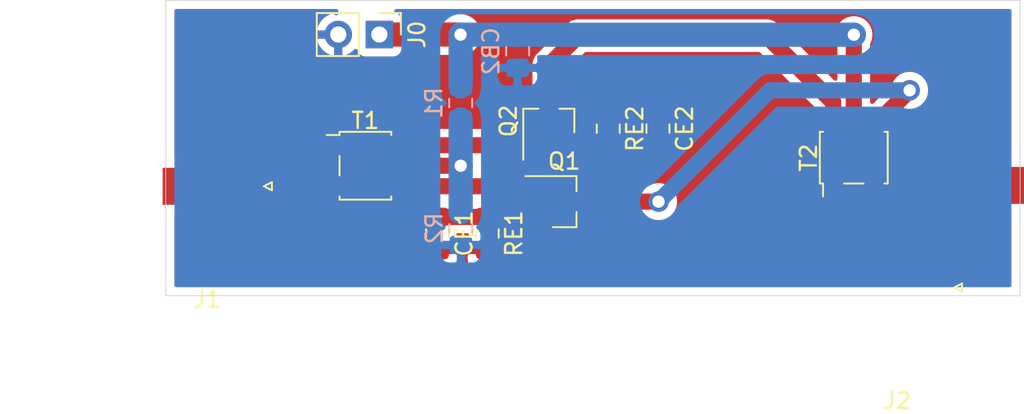
<source format=kicad_pcb>
(kicad_pcb (version 20171130) (host pcbnew "(5.1.5)-3")

  (general
    (thickness 1.6)
    (drawings 4)
    (tracks 49)
    (zones 0)
    (modules 14)
    (nets 13)
  )

  (page A4)
  (layers
    (0 F.Cu signal)
    (31 B.Cu signal)
    (32 B.Adhes user hide)
    (33 F.Adhes user hide)
    (34 B.Paste user hide)
    (35 F.Paste user hide)
    (36 B.SilkS user hide)
    (37 F.SilkS user hide)
    (38 B.Mask user hide)
    (39 F.Mask user hide)
    (40 Dwgs.User user hide)
    (41 Cmts.User user hide)
    (42 Eco1.User user hide)
    (43 Eco2.User user hide)
    (44 Edge.Cuts user)
    (45 Margin user hide)
    (46 B.CrtYd user hide)
    (47 F.CrtYd user hide)
    (48 B.Fab user hide)
    (49 F.Fab user hide)
  )

  (setup
    (last_trace_width 1.5)
    (user_trace_width 0.6)
    (user_trace_width 1)
    (user_trace_width 1.5)
    (trace_clearance 0.2)
    (zone_clearance 0.508)
    (zone_45_only no)
    (trace_min 0.2)
    (via_size 0.8)
    (via_drill 0.4)
    (via_min_size 0.4)
    (via_min_drill 0.3)
    (user_via 1.016 0.762)
    (user_via 1.27 0.762)
    (uvia_size 0.3)
    (uvia_drill 0.1)
    (uvias_allowed no)
    (uvia_min_size 0.2)
    (uvia_min_drill 0.1)
    (edge_width 0.05)
    (segment_width 0.2)
    (pcb_text_width 0.3)
    (pcb_text_size 1.5 1.5)
    (mod_edge_width 0.12)
    (mod_text_size 1 1)
    (mod_text_width 0.15)
    (pad_size 1.524 1.524)
    (pad_drill 0.762)
    (pad_to_mask_clearance 0.051)
    (solder_mask_min_width 0.25)
    (aux_axis_origin 0 0)
    (visible_elements 7FFFFFFF)
    (pcbplotparams
      (layerselection 0x01000_ffffffff)
      (usegerberextensions false)
      (usegerberattributes false)
      (usegerberadvancedattributes false)
      (creategerberjobfile false)
      (excludeedgelayer true)
      (linewidth 0.100000)
      (plotframeref false)
      (viasonmask false)
      (mode 1)
      (useauxorigin false)
      (hpglpennumber 1)
      (hpglpenspeed 20)
      (hpglpendiameter 15.000000)
      (psnegative false)
      (psa4output false)
      (plotreference true)
      (plotvalue true)
      (plotinvisibletext false)
      (padsonsilk false)
      (subtractmaskfromsilk false)
      (outputformat 1)
      (mirror false)
      (drillshape 0)
      (scaleselection 1)
      (outputdirectory "C:/Users/cbmagat/Documents/SlugSat/GitHub/schematics_pcbs/LT/Power-Amplifier/PA 2020/PA Rev 3.0/"))
  )

  (net 0 "")
  (net 1 GND)
  (net 2 "Net-(CE1-Pad1)")
  (net 3 "Net-(CE2-Pad2)")
  (net 4 "Net-(J1-Pad1)")
  (net 5 "Net-(J2-Pad1)")
  (net 6 "Net-(Q1-Pad1)")
  (net 7 "Net-(Q1-Pad3)")
  (net 8 "Net-(Q2-Pad3)")
  (net 9 "Net-(Q2-Pad1)")
  (net 10 "Net-(R1-Pad2)")
  (net 11 "Net-(CB1-Pad1)")
  (net 12 "Net-(CB2-Pad1)")

  (net_class Default "This is the default net class."
    (clearance 0.2)
    (trace_width 0.25)
    (via_dia 0.8)
    (via_drill 0.4)
    (uvia_dia 0.3)
    (uvia_drill 0.1)
    (add_net GND)
    (add_net "Net-(CB1-Pad1)")
    (add_net "Net-(CB2-Pad1)")
    (add_net "Net-(CE1-Pad1)")
    (add_net "Net-(CE2-Pad2)")
    (add_net "Net-(J1-Pad1)")
    (add_net "Net-(J2-Pad1)")
    (add_net "Net-(Q1-Pad1)")
    (add_net "Net-(Q1-Pad3)")
    (add_net "Net-(Q2-Pad1)")
    (add_net "Net-(Q2-Pad3)")
    (add_net "Net-(R1-Pad2)")
  )

  (module Connector_Coaxial:SMA_Molex_73251-1153_EdgeMount_Horizontal (layer F.Cu) (tedit 5E5ACFCF) (tstamp 5E5ADE13)
    (at 98.044 87.884)
    (descr "Molex SMA RF Connectors, Edge Mount, (http://www.molex.com/pdm_docs/sd/732511150_sd.pdf)")
    (tags "sma edge")
    (path /5E4AFB6E)
    (attr smd)
    (fp_text reference J2 (at -1.5 7) (layer F.SilkS)
      (effects (font (size 1 1) (thickness 0.15)))
    )
    (fp_text value "RF OUT" (at -1.72 -7.11) (layer F.Fab)
      (effects (font (size 1 1) (thickness 0.15)))
    )
    (fp_line (start -5.91 4.76) (end 0.49 4.76) (layer F.Fab) (width 0.1))
    (fp_line (start -5.91 -4.76) (end -5.91 4.76) (layer F.Fab) (width 0.1))
    (fp_line (start 0.49 -4.76) (end -5.91 -4.76) (layer F.Fab) (width 0.1))
    (fp_line (start -4.76 -3.75) (end -4.76 3.75) (layer F.Fab) (width 0.1))
    (fp_line (start -13.79 2.65) (end -5.91 2.65) (layer F.Fab) (width 0.1))
    (fp_line (start -13.79 -2.65) (end -13.79 2.65) (layer F.Fab) (width 0.1))
    (fp_line (start -13.79 -2.65) (end -5.91 -2.65) (layer F.Fab) (width 0.1))
    (fp_line (start -4.76 3.75) (end 0.49 3.75) (layer F.Fab) (width 0.1))
    (fp_line (start -4.76 -3.75) (end 0.49 -3.75) (layer F.Fab) (width 0.1))
    (fp_line (start 2.71 -6.09) (end -14.29 -6.09) (layer F.CrtYd) (width 0.05))
    (fp_line (start 2.71 -6.09) (end 2.71 6.09) (layer F.CrtYd) (width 0.05))
    (fp_line (start -14.29 6.09) (end 2.71 6.09) (layer B.CrtYd) (width 0.05))
    (fp_line (start -14.29 -6.09) (end -14.29 6.09) (layer B.CrtYd) (width 0.05))
    (fp_line (start -14.29 -6.09) (end 2.71 -6.09) (layer B.CrtYd) (width 0.05))
    (fp_line (start 2.71 -6.09) (end 2.71 6.09) (layer B.CrtYd) (width 0.05))
    (fp_line (start -14.29 6.09) (end 2.71 6.09) (layer F.CrtYd) (width 0.05))
    (fp_line (start -14.29 -6.09) (end -14.29 6.09) (layer F.CrtYd) (width 0.05))
    (fp_line (start 0.49 -4.76) (end 0.49 -3.75) (layer F.Fab) (width 0.1))
    (fp_line (start 0.49 3.75) (end 0.49 4.76) (layer F.Fab) (width 0.1))
    (fp_line (start 0.49 -0.38) (end 0.49 0.38) (layer F.Fab) (width 0.1))
    (fp_line (start -4.76 0.38) (end 0.49 0.38) (layer F.Fab) (width 0.1))
    (fp_line (start -4.76 -0.38) (end 0.49 -0.38) (layer F.Fab) (width 0.1))
    (fp_line (start 2 0) (end 2.5 -0.25) (layer F.SilkS) (width 0.12))
    (fp_line (start 2.5 -0.25) (end 2.5 0.25) (layer F.SilkS) (width 0.12))
    (fp_line (start 2.5 0.25) (end 2 0) (layer F.SilkS) (width 0.12))
    (fp_line (start 2.5 -0.25) (end 2 0) (layer F.Fab) (width 0.1))
    (fp_line (start 2 0) (end 2.5 0.25) (layer F.Fab) (width 0.1))
    (fp_line (start 2.5 0.25) (end 2.5 -0.25) (layer F.Fab) (width 0.1))
    (fp_text user %R (at -1.5 7) (layer F.Fab)
      (effects (font (size 1 1) (thickness 0.15)))
    )
    (pad 1 smd rect (at 3.81 -6.3246) (size 5.08 2.29) (layers F.Cu F.Paste F.Mask)
      (net 5 "Net-(J2-Pad1)"))
    (model ${KISYS3DMOD}/Connector_Coaxial.3dshapes/SMA_Molex_73251-1153_EdgeMount_Horizontal.wrl
      (at (xyz 0 0 0))
      (scale (xyz 1 1 1))
      (rotate (xyz 0 0 0))
    )
  )

  (module Connector_Coaxial:SMA_Molex_73251-1153_EdgeMount_Horizontal (layer F.Cu) (tedit 5E5ACD83) (tstamp 5E4C80D7)
    (at 55.372 81.6102)
    (descr "Molex SMA RF Connectors, Edge Mount, (http://www.molex.com/pdm_docs/sd/732511150_sd.pdf)")
    (tags "sma edge")
    (path /5E4AFAC4)
    (attr smd)
    (fp_text reference J1 (at -1.5 7) (layer F.SilkS)
      (effects (font (size 1 1) (thickness 0.15)))
    )
    (fp_text value "RF IN" (at -1.72 -7.11) (layer F.Fab)
      (effects (font (size 1 1) (thickness 0.15)))
    )
    (fp_text user %R (at -1.5 7) (layer F.Fab)
      (effects (font (size 1 1) (thickness 0.15)))
    )
    (fp_line (start 2.5 0.25) (end 2.5 -0.25) (layer F.Fab) (width 0.1))
    (fp_line (start 2 0) (end 2.5 0.25) (layer F.Fab) (width 0.1))
    (fp_line (start 2.5 -0.25) (end 2 0) (layer F.Fab) (width 0.1))
    (fp_line (start 2.5 0.25) (end 2 0) (layer F.SilkS) (width 0.12))
    (fp_line (start 2.5 -0.25) (end 2.5 0.25) (layer F.SilkS) (width 0.12))
    (fp_line (start 2 0) (end 2.5 -0.25) (layer F.SilkS) (width 0.12))
    (fp_line (start -4.76 -0.38) (end 0.49 -0.38) (layer F.Fab) (width 0.1))
    (fp_line (start -4.76 0.38) (end 0.49 0.38) (layer F.Fab) (width 0.1))
    (fp_line (start 0.49 -0.38) (end 0.49 0.38) (layer F.Fab) (width 0.1))
    (fp_line (start 0.49 3.75) (end 0.49 4.76) (layer F.Fab) (width 0.1))
    (fp_line (start 0.49 -4.76) (end 0.49 -3.75) (layer F.Fab) (width 0.1))
    (fp_line (start -14.29 -6.09) (end -14.29 6.09) (layer F.CrtYd) (width 0.05))
    (fp_line (start -14.29 6.09) (end 2.71 6.09) (layer F.CrtYd) (width 0.05))
    (fp_line (start 2.71 -6.09) (end 2.71 6.09) (layer B.CrtYd) (width 0.05))
    (fp_line (start -14.29 -6.09) (end 2.71 -6.09) (layer B.CrtYd) (width 0.05))
    (fp_line (start -14.29 -6.09) (end -14.29 6.09) (layer B.CrtYd) (width 0.05))
    (fp_line (start -14.29 6.09) (end 2.71 6.09) (layer B.CrtYd) (width 0.05))
    (fp_line (start 2.71 -6.09) (end 2.71 6.09) (layer F.CrtYd) (width 0.05))
    (fp_line (start 2.71 -6.09) (end -14.29 -6.09) (layer F.CrtYd) (width 0.05))
    (fp_line (start -4.76 -3.75) (end 0.49 -3.75) (layer F.Fab) (width 0.1))
    (fp_line (start -4.76 3.75) (end 0.49 3.75) (layer F.Fab) (width 0.1))
    (fp_line (start -13.79 -2.65) (end -5.91 -2.65) (layer F.Fab) (width 0.1))
    (fp_line (start -13.79 -2.65) (end -13.79 2.65) (layer F.Fab) (width 0.1))
    (fp_line (start -13.79 2.65) (end -5.91 2.65) (layer F.Fab) (width 0.1))
    (fp_line (start -4.76 -3.75) (end -4.76 3.75) (layer F.Fab) (width 0.1))
    (fp_line (start 0.49 -4.76) (end -5.91 -4.76) (layer F.Fab) (width 0.1))
    (fp_line (start -5.91 -4.76) (end -5.91 4.76) (layer F.Fab) (width 0.1))
    (fp_line (start -5.91 4.76) (end 0.49 4.76) (layer F.Fab) (width 0.1))
    (pad 1 smd rect (at -1.72 0) (size 5.08 2.29) (layers F.Cu F.Paste F.Mask)
      (net 4 "Net-(J1-Pad1)"))
    (model ${KISYS3DMOD}/Connector_Coaxial.3dshapes/SMA_Molex_73251-1153_EdgeMount_Horizontal.wrl
      (at (xyz 0 0 0))
      (scale (xyz 1 1 1))
      (rotate (xyz 0 0 0))
    )
  )

  (module Capacitor_SMD:C_0805_2012Metric_Pad1.15x1.40mm_HandSolder (layer B.Cu) (tedit 5B36C52B) (tstamp 5E4C7405)
    (at 73.06818 73.2536 270)
    (descr "Capacitor SMD 0805 (2012 Metric), square (rectangular) end terminal, IPC_7351 nominal with elongated pad for handsoldering. (Body size source: https://docs.google.com/spreadsheets/d/1BsfQQcO9C6DZCsRaXUlFlo91Tg2WpOkGARC1WS5S8t0/edit?usp=sharing), generated with kicad-footprint-generator")
    (tags "capacitor handsolder")
    (path /5E4AF863)
    (attr smd)
    (fp_text reference CB2 (at 0 1.65 270) (layer B.SilkS)
      (effects (font (size 1 1) (thickness 0.15)) (justify mirror))
    )
    (fp_text value "100 nF" (at 0 -1.65 270) (layer B.Fab)
      (effects (font (size 1 1) (thickness 0.15)) (justify mirror))
    )
    (fp_line (start -1 -0.6) (end -1 0.6) (layer B.Fab) (width 0.1))
    (fp_line (start -1 0.6) (end 1 0.6) (layer B.Fab) (width 0.1))
    (fp_line (start 1 0.6) (end 1 -0.6) (layer B.Fab) (width 0.1))
    (fp_line (start 1 -0.6) (end -1 -0.6) (layer B.Fab) (width 0.1))
    (fp_line (start -0.261252 0.71) (end 0.261252 0.71) (layer B.SilkS) (width 0.12))
    (fp_line (start -0.261252 -0.71) (end 0.261252 -0.71) (layer B.SilkS) (width 0.12))
    (fp_line (start -1.85 -0.95) (end -1.85 0.95) (layer B.CrtYd) (width 0.05))
    (fp_line (start -1.85 0.95) (end 1.85 0.95) (layer B.CrtYd) (width 0.05))
    (fp_line (start 1.85 0.95) (end 1.85 -0.95) (layer B.CrtYd) (width 0.05))
    (fp_line (start 1.85 -0.95) (end -1.85 -0.95) (layer B.CrtYd) (width 0.05))
    (fp_text user %R (at 0 0 270) (layer B.Fab)
      (effects (font (size 0.5 0.5) (thickness 0.08)) (justify mirror))
    )
    (pad 1 smd roundrect (at -1.025 0 270) (size 1.15 1.4) (layers B.Cu B.Paste B.Mask) (roundrect_rratio 0.217391)
      (net 12 "Net-(CB2-Pad1)"))
    (pad 2 smd roundrect (at 1.025 0 270) (size 1.15 1.4) (layers B.Cu B.Paste B.Mask) (roundrect_rratio 0.217391)
      (net 1 GND))
    (model ${KISYS3DMOD}/Capacitor_SMD.3dshapes/C_0805_2012Metric.wrl
      (at (xyz 0 0 0))
      (scale (xyz 1 1 1))
      (rotate (xyz 0 0 0))
    )
  )

  (module Capacitor_SMD:C_0805_2012Metric_Pad1.15x1.40mm_HandSolder (layer F.Cu) (tedit 5B36C52B) (tstamp 5E4C77CF)
    (at 68.11264 84.53512 270)
    (descr "Capacitor SMD 0805 (2012 Metric), square (rectangular) end terminal, IPC_7351 nominal with elongated pad for handsoldering. (Body size source: https://docs.google.com/spreadsheets/d/1BsfQQcO9C6DZCsRaXUlFlo91Tg2WpOkGARC1WS5S8t0/edit?usp=sharing), generated with kicad-footprint-generator")
    (tags "capacitor handsolder")
    (path /5E4AF73F)
    (attr smd)
    (fp_text reference CE1 (at 0 -1.65 90) (layer F.SilkS)
      (effects (font (size 1 1) (thickness 0.15)))
    )
    (fp_text value "100 nF" (at 0 1.65 90) (layer F.Fab)
      (effects (font (size 1 1) (thickness 0.15)))
    )
    (fp_line (start -1 0.6) (end -1 -0.6) (layer F.Fab) (width 0.1))
    (fp_line (start -1 -0.6) (end 1 -0.6) (layer F.Fab) (width 0.1))
    (fp_line (start 1 -0.6) (end 1 0.6) (layer F.Fab) (width 0.1))
    (fp_line (start 1 0.6) (end -1 0.6) (layer F.Fab) (width 0.1))
    (fp_line (start -0.261252 -0.71) (end 0.261252 -0.71) (layer F.SilkS) (width 0.12))
    (fp_line (start -0.261252 0.71) (end 0.261252 0.71) (layer F.SilkS) (width 0.12))
    (fp_line (start -1.85 0.95) (end -1.85 -0.95) (layer F.CrtYd) (width 0.05))
    (fp_line (start -1.85 -0.95) (end 1.85 -0.95) (layer F.CrtYd) (width 0.05))
    (fp_line (start 1.85 -0.95) (end 1.85 0.95) (layer F.CrtYd) (width 0.05))
    (fp_line (start 1.85 0.95) (end -1.85 0.95) (layer F.CrtYd) (width 0.05))
    (fp_text user %R (at 0 0 90) (layer F.Fab)
      (effects (font (size 0.5 0.5) (thickness 0.08)))
    )
    (pad 1 smd roundrect (at -1.025 0 270) (size 1.15 1.4) (layers F.Cu F.Paste F.Mask) (roundrect_rratio 0.217391)
      (net 2 "Net-(CE1-Pad1)"))
    (pad 2 smd roundrect (at 1.025 0 270) (size 1.15 1.4) (layers F.Cu F.Paste F.Mask) (roundrect_rratio 0.217391)
      (net 1 GND))
    (model ${KISYS3DMOD}/Capacitor_SMD.3dshapes/C_0805_2012Metric.wrl
      (at (xyz 0 0 0))
      (scale (xyz 1 1 1))
      (rotate (xyz 0 0 0))
    )
  )

  (module Capacitor_SMD:C_0805_2012Metric_Pad1.15x1.40mm_HandSolder (layer F.Cu) (tedit 5B36C52B) (tstamp 5E4C7983)
    (at 81.74228 78.04266 270)
    (descr "Capacitor SMD 0805 (2012 Metric), square (rectangular) end terminal, IPC_7351 nominal with elongated pad for handsoldering. (Body size source: https://docs.google.com/spreadsheets/d/1BsfQQcO9C6DZCsRaXUlFlo91Tg2WpOkGARC1WS5S8t0/edit?usp=sharing), generated with kicad-footprint-generator")
    (tags "capacitor handsolder")
    (path /5E4AF821)
    (attr smd)
    (fp_text reference CE2 (at 0 -1.65 90) (layer F.SilkS)
      (effects (font (size 1 1) (thickness 0.15)))
    )
    (fp_text value "100 nF" (at 0 1.65 90) (layer F.Fab)
      (effects (font (size 1 1) (thickness 0.15)))
    )
    (fp_text user %R (at 0 0 90) (layer F.Fab)
      (effects (font (size 0.5 0.5) (thickness 0.08)))
    )
    (fp_line (start 1.85 0.95) (end -1.85 0.95) (layer F.CrtYd) (width 0.05))
    (fp_line (start 1.85 -0.95) (end 1.85 0.95) (layer F.CrtYd) (width 0.05))
    (fp_line (start -1.85 -0.95) (end 1.85 -0.95) (layer F.CrtYd) (width 0.05))
    (fp_line (start -1.85 0.95) (end -1.85 -0.95) (layer F.CrtYd) (width 0.05))
    (fp_line (start -0.261252 0.71) (end 0.261252 0.71) (layer F.SilkS) (width 0.12))
    (fp_line (start -0.261252 -0.71) (end 0.261252 -0.71) (layer F.SilkS) (width 0.12))
    (fp_line (start 1 0.6) (end -1 0.6) (layer F.Fab) (width 0.1))
    (fp_line (start 1 -0.6) (end 1 0.6) (layer F.Fab) (width 0.1))
    (fp_line (start -1 -0.6) (end 1 -0.6) (layer F.Fab) (width 0.1))
    (fp_line (start -1 0.6) (end -1 -0.6) (layer F.Fab) (width 0.1))
    (pad 2 smd roundrect (at 1.025 0 270) (size 1.15 1.4) (layers F.Cu F.Paste F.Mask) (roundrect_rratio 0.217391)
      (net 3 "Net-(CE2-Pad2)"))
    (pad 1 smd roundrect (at -1.025 0 270) (size 1.15 1.4) (layers F.Cu F.Paste F.Mask) (roundrect_rratio 0.217391)
      (net 1 GND))
    (model ${KISYS3DMOD}/Capacitor_SMD.3dshapes/C_0805_2012Metric.wrl
      (at (xyz 0 0 0))
      (scale (xyz 1 1 1))
      (rotate (xyz 0 0 0))
    )
  )

  (module Connector_PinHeader_2.54mm:PinHeader_1x02_P2.54mm_Vertical (layer F.Cu) (tedit 59FED5CC) (tstamp 5E4C62A4)
    (at 64.516 72.21728 270)
    (descr "Through hole straight pin header, 1x02, 2.54mm pitch, single row")
    (tags "Through hole pin header THT 1x02 2.54mm single row")
    (path /5E4AFB32)
    (fp_text reference J0 (at 0 -2.33 90) (layer F.SilkS)
      (effects (font (size 1 1) (thickness 0.15)))
    )
    (fp_text value Power (at 0 4.87 90) (layer F.Fab)
      (effects (font (size 1 1) (thickness 0.15)))
    )
    (fp_line (start -0.635 -1.27) (end 1.27 -1.27) (layer F.Fab) (width 0.1))
    (fp_line (start 1.27 -1.27) (end 1.27 3.81) (layer F.Fab) (width 0.1))
    (fp_line (start 1.27 3.81) (end -1.27 3.81) (layer F.Fab) (width 0.1))
    (fp_line (start -1.27 3.81) (end -1.27 -0.635) (layer F.Fab) (width 0.1))
    (fp_line (start -1.27 -0.635) (end -0.635 -1.27) (layer F.Fab) (width 0.1))
    (fp_line (start -1.33 3.87) (end 1.33 3.87) (layer F.SilkS) (width 0.12))
    (fp_line (start -1.33 1.27) (end -1.33 3.87) (layer F.SilkS) (width 0.12))
    (fp_line (start 1.33 1.27) (end 1.33 3.87) (layer F.SilkS) (width 0.12))
    (fp_line (start -1.33 1.27) (end 1.33 1.27) (layer F.SilkS) (width 0.12))
    (fp_line (start -1.33 0) (end -1.33 -1.33) (layer F.SilkS) (width 0.12))
    (fp_line (start -1.33 -1.33) (end 0 -1.33) (layer F.SilkS) (width 0.12))
    (fp_line (start -1.8 -1.8) (end -1.8 4.35) (layer F.CrtYd) (width 0.05))
    (fp_line (start -1.8 4.35) (end 1.8 4.35) (layer F.CrtYd) (width 0.05))
    (fp_line (start 1.8 4.35) (end 1.8 -1.8) (layer F.CrtYd) (width 0.05))
    (fp_line (start 1.8 -1.8) (end -1.8 -1.8) (layer F.CrtYd) (width 0.05))
    (fp_text user %R (at 0 1.27) (layer F.Fab)
      (effects (font (size 1 1) (thickness 0.15)))
    )
    (pad 1 thru_hole rect (at 0 0 270) (size 1.7 1.7) (drill 1) (layers *.Cu *.Mask)
      (net 12 "Net-(CB2-Pad1)"))
    (pad 2 thru_hole oval (at 0 2.54 270) (size 1.7 1.7) (drill 1) (layers *.Cu *.Mask)
      (net 1 GND))
    (model ${KISYS3DMOD}/Connector_PinHeader_2.54mm.3dshapes/PinHeader_1x02_P2.54mm_Vertical.wrl
      (at (xyz 0 0 0))
      (scale (xyz 1 1 1))
      (rotate (xyz 0 0 0))
    )
  )

  (module Package_TO_SOT_SMD:SOT-23_Handsoldering (layer F.Cu) (tedit 5A0AB76C) (tstamp 5E4C69EA)
    (at 75.946 82.5627)
    (descr "SOT-23, Handsoldering")
    (tags SOT-23)
    (path /5E4AF466)
    (attr smd)
    (fp_text reference Q1 (at 0 -2.5) (layer F.SilkS)
      (effects (font (size 1 1) (thickness 0.15)))
    )
    (fp_text value NPN (at 0 2.5) (layer F.Fab)
      (effects (font (size 1 1) (thickness 0.15)))
    )
    (fp_text user %R (at 0 0 90) (layer F.Fab)
      (effects (font (size 0.5 0.5) (thickness 0.075)))
    )
    (fp_line (start 0.76 1.58) (end 0.76 0.65) (layer F.SilkS) (width 0.12))
    (fp_line (start 0.76 -1.58) (end 0.76 -0.65) (layer F.SilkS) (width 0.12))
    (fp_line (start -2.7 -1.75) (end 2.7 -1.75) (layer F.CrtYd) (width 0.05))
    (fp_line (start 2.7 -1.75) (end 2.7 1.75) (layer F.CrtYd) (width 0.05))
    (fp_line (start 2.7 1.75) (end -2.7 1.75) (layer F.CrtYd) (width 0.05))
    (fp_line (start -2.7 1.75) (end -2.7 -1.75) (layer F.CrtYd) (width 0.05))
    (fp_line (start 0.76 -1.58) (end -2.4 -1.58) (layer F.SilkS) (width 0.12))
    (fp_line (start -0.7 -0.95) (end -0.7 1.5) (layer F.Fab) (width 0.1))
    (fp_line (start -0.15 -1.52) (end 0.7 -1.52) (layer F.Fab) (width 0.1))
    (fp_line (start -0.7 -0.95) (end -0.15 -1.52) (layer F.Fab) (width 0.1))
    (fp_line (start 0.7 -1.52) (end 0.7 1.52) (layer F.Fab) (width 0.1))
    (fp_line (start -0.7 1.52) (end 0.7 1.52) (layer F.Fab) (width 0.1))
    (fp_line (start 0.76 1.58) (end -0.7 1.58) (layer F.SilkS) (width 0.12))
    (pad 1 smd rect (at -1.5 -0.95) (size 1.9 0.8) (layers F.Cu F.Paste F.Mask)
      (net 6 "Net-(Q1-Pad1)"))
    (pad 2 smd rect (at -1.5 0.95) (size 1.9 0.8) (layers F.Cu F.Paste F.Mask)
      (net 2 "Net-(CE1-Pad1)"))
    (pad 3 smd rect (at 1.5 0) (size 1.9 0.8) (layers F.Cu F.Paste F.Mask)
      (net 7 "Net-(Q1-Pad3)"))
    (model ${KISYS3DMOD}/Package_TO_SOT_SMD.3dshapes/SOT-23.wrl
      (at (xyz 0 0 0))
      (scale (xyz 1 1 1))
      (rotate (xyz 0 0 0))
    )
  )

  (module Package_TO_SOT_SMD:SOT-23_Handsoldering (layer F.Cu) (tedit 5A0AB76C) (tstamp 5E4C5A30)
    (at 74.9935 77.5716 90)
    (descr "SOT-23, Handsoldering")
    (tags SOT-23)
    (path /5E4AF52F)
    (attr smd)
    (fp_text reference Q2 (at 0 -2.5 90) (layer F.SilkS)
      (effects (font (size 1 1) (thickness 0.15)))
    )
    (fp_text value PNP (at 0 2.5 90) (layer F.Fab)
      (effects (font (size 1 1) (thickness 0.15)))
    )
    (fp_line (start 0.76 1.58) (end -0.7 1.58) (layer F.SilkS) (width 0.12))
    (fp_line (start -0.7 1.52) (end 0.7 1.52) (layer F.Fab) (width 0.1))
    (fp_line (start 0.7 -1.52) (end 0.7 1.52) (layer F.Fab) (width 0.1))
    (fp_line (start -0.7 -0.95) (end -0.15 -1.52) (layer F.Fab) (width 0.1))
    (fp_line (start -0.15 -1.52) (end 0.7 -1.52) (layer F.Fab) (width 0.1))
    (fp_line (start -0.7 -0.95) (end -0.7 1.5) (layer F.Fab) (width 0.1))
    (fp_line (start 0.76 -1.58) (end -2.4 -1.58) (layer F.SilkS) (width 0.12))
    (fp_line (start -2.7 1.75) (end -2.7 -1.75) (layer F.CrtYd) (width 0.05))
    (fp_line (start 2.7 1.75) (end -2.7 1.75) (layer F.CrtYd) (width 0.05))
    (fp_line (start 2.7 -1.75) (end 2.7 1.75) (layer F.CrtYd) (width 0.05))
    (fp_line (start -2.7 -1.75) (end 2.7 -1.75) (layer F.CrtYd) (width 0.05))
    (fp_line (start 0.76 -1.58) (end 0.76 -0.65) (layer F.SilkS) (width 0.12))
    (fp_line (start 0.76 1.58) (end 0.76 0.65) (layer F.SilkS) (width 0.12))
    (fp_text user %R (at 0 0) (layer F.Fab)
      (effects (font (size 0.5 0.5) (thickness 0.075)))
    )
    (pad 3 smd rect (at 1.5 0 90) (size 1.9 0.8) (layers F.Cu F.Paste F.Mask)
      (net 8 "Net-(Q2-Pad3)"))
    (pad 2 smd rect (at -1.5 0.95 90) (size 1.9 0.8) (layers F.Cu F.Paste F.Mask)
      (net 3 "Net-(CE2-Pad2)"))
    (pad 1 smd rect (at -1.5 -0.95 90) (size 1.9 0.8) (layers F.Cu F.Paste F.Mask)
      (net 9 "Net-(Q2-Pad1)"))
    (model ${KISYS3DMOD}/Package_TO_SOT_SMD.3dshapes/SOT-23.wrl
      (at (xyz 0 0 0))
      (scale (xyz 1 1 1))
      (rotate (xyz 0 0 0))
    )
  )

  (module Resistor_SMD:R_0805_2012Metric_Pad1.15x1.40mm_HandSolder (layer B.Cu) (tedit 5B36C52B) (tstamp 5E4C5A41)
    (at 69.54266 76.45516 270)
    (descr "Resistor SMD 0805 (2012 Metric), square (rectangular) end terminal, IPC_7351 nominal with elongated pad for handsoldering. (Body size source: https://docs.google.com/spreadsheets/d/1BsfQQcO9C6DZCsRaXUlFlo91Tg2WpOkGARC1WS5S8t0/edit?usp=sharing), generated with kicad-footprint-generator")
    (tags "resistor handsolder")
    (path /5E4AF5B7)
    (attr smd)
    (fp_text reference R1 (at 0 1.65 90) (layer B.SilkS)
      (effects (font (size 1 1) (thickness 0.15)) (justify mirror))
    )
    (fp_text value "4.7k Ohms" (at 0 -1.65 90) (layer B.Fab)
      (effects (font (size 1 1) (thickness 0.15)) (justify mirror))
    )
    (fp_line (start -1 -0.6) (end -1 0.6) (layer B.Fab) (width 0.1))
    (fp_line (start -1 0.6) (end 1 0.6) (layer B.Fab) (width 0.1))
    (fp_line (start 1 0.6) (end 1 -0.6) (layer B.Fab) (width 0.1))
    (fp_line (start 1 -0.6) (end -1 -0.6) (layer B.Fab) (width 0.1))
    (fp_line (start -0.261252 0.71) (end 0.261252 0.71) (layer B.SilkS) (width 0.12))
    (fp_line (start -0.261252 -0.71) (end 0.261252 -0.71) (layer B.SilkS) (width 0.12))
    (fp_line (start -1.85 -0.95) (end -1.85 0.95) (layer B.CrtYd) (width 0.05))
    (fp_line (start -1.85 0.95) (end 1.85 0.95) (layer B.CrtYd) (width 0.05))
    (fp_line (start 1.85 0.95) (end 1.85 -0.95) (layer B.CrtYd) (width 0.05))
    (fp_line (start 1.85 -0.95) (end -1.85 -0.95) (layer B.CrtYd) (width 0.05))
    (fp_text user %R (at 0 0 90) (layer B.Fab)
      (effects (font (size 0.5 0.5) (thickness 0.08)) (justify mirror))
    )
    (pad 1 smd roundrect (at -1.025 0 270) (size 1.15 1.4) (layers B.Cu B.Paste B.Mask) (roundrect_rratio 0.217391)
      (net 11 "Net-(CB1-Pad1)"))
    (pad 2 smd roundrect (at 1.025 0 270) (size 1.15 1.4) (layers B.Cu B.Paste B.Mask) (roundrect_rratio 0.217391)
      (net 10 "Net-(R1-Pad2)"))
    (model ${KISYS3DMOD}/Resistor_SMD.3dshapes/R_0805_2012Metric.wrl
      (at (xyz 0 0 0))
      (scale (xyz 1 1 1))
      (rotate (xyz 0 0 0))
    )
  )

  (module Resistor_SMD:R_0805_2012Metric_Pad1.15x1.40mm_HandSolder (layer B.Cu) (tedit 5B36C52B) (tstamp 5E4C5A52)
    (at 69.55536 84.21762 270)
    (descr "Resistor SMD 0805 (2012 Metric), square (rectangular) end terminal, IPC_7351 nominal with elongated pad for handsoldering. (Body size source: https://docs.google.com/spreadsheets/d/1BsfQQcO9C6DZCsRaXUlFlo91Tg2WpOkGARC1WS5S8t0/edit?usp=sharing), generated with kicad-footprint-generator")
    (tags "resistor handsolder")
    (path /5E4AF63C)
    (attr smd)
    (fp_text reference R2 (at 0 1.65 90) (layer B.SilkS)
      (effects (font (size 1 1) (thickness 0.15)) (justify mirror))
    )
    (fp_text value "3.3k Ohms" (at 0 -1.65 90) (layer B.Fab)
      (effects (font (size 1 1) (thickness 0.15)) (justify mirror))
    )
    (fp_text user %R (at 0 0 90) (layer B.Fab)
      (effects (font (size 0.5 0.5) (thickness 0.08)) (justify mirror))
    )
    (fp_line (start 1.85 -0.95) (end -1.85 -0.95) (layer B.CrtYd) (width 0.05))
    (fp_line (start 1.85 0.95) (end 1.85 -0.95) (layer B.CrtYd) (width 0.05))
    (fp_line (start -1.85 0.95) (end 1.85 0.95) (layer B.CrtYd) (width 0.05))
    (fp_line (start -1.85 -0.95) (end -1.85 0.95) (layer B.CrtYd) (width 0.05))
    (fp_line (start -0.261252 -0.71) (end 0.261252 -0.71) (layer B.SilkS) (width 0.12))
    (fp_line (start -0.261252 0.71) (end 0.261252 0.71) (layer B.SilkS) (width 0.12))
    (fp_line (start 1 -0.6) (end -1 -0.6) (layer B.Fab) (width 0.1))
    (fp_line (start 1 0.6) (end 1 -0.6) (layer B.Fab) (width 0.1))
    (fp_line (start -1 0.6) (end 1 0.6) (layer B.Fab) (width 0.1))
    (fp_line (start -1 -0.6) (end -1 0.6) (layer B.Fab) (width 0.1))
    (pad 2 smd roundrect (at 1.025 0 270) (size 1.15 1.4) (layers B.Cu B.Paste B.Mask) (roundrect_rratio 0.217391)
      (net 1 GND))
    (pad 1 smd roundrect (at -1.025 0 270) (size 1.15 1.4) (layers B.Cu B.Paste B.Mask) (roundrect_rratio 0.217391)
      (net 10 "Net-(R1-Pad2)"))
    (model ${KISYS3DMOD}/Resistor_SMD.3dshapes/R_0805_2012Metric.wrl
      (at (xyz 0 0 0))
      (scale (xyz 1 1 1))
      (rotate (xyz 0 0 0))
    )
  )

  (module Resistor_SMD:R_0805_2012Metric_Pad1.15x1.40mm_HandSolder (layer F.Cu) (tedit 5B36C52B) (tstamp 5E4C75D8)
    (at 71.18604 84.53628 270)
    (descr "Resistor SMD 0805 (2012 Metric), square (rectangular) end terminal, IPC_7351 nominal with elongated pad for handsoldering. (Body size source: https://docs.google.com/spreadsheets/d/1BsfQQcO9C6DZCsRaXUlFlo91Tg2WpOkGARC1WS5S8t0/edit?usp=sharing), generated with kicad-footprint-generator")
    (tags "resistor handsolder")
    (path /5E4AF6D8)
    (attr smd)
    (fp_text reference RE1 (at 0 -1.65 90) (layer F.SilkS)
      (effects (font (size 1 1) (thickness 0.15)))
    )
    (fp_text value "47 Ohms" (at 0 1.65 90) (layer F.Fab)
      (effects (font (size 1 1) (thickness 0.15)))
    )
    (fp_text user %R (at 0 0 90) (layer F.Fab)
      (effects (font (size 0.5 0.5) (thickness 0.08)))
    )
    (fp_line (start 1.85 0.95) (end -1.85 0.95) (layer F.CrtYd) (width 0.05))
    (fp_line (start 1.85 -0.95) (end 1.85 0.95) (layer F.CrtYd) (width 0.05))
    (fp_line (start -1.85 -0.95) (end 1.85 -0.95) (layer F.CrtYd) (width 0.05))
    (fp_line (start -1.85 0.95) (end -1.85 -0.95) (layer F.CrtYd) (width 0.05))
    (fp_line (start -0.261252 0.71) (end 0.261252 0.71) (layer F.SilkS) (width 0.12))
    (fp_line (start -0.261252 -0.71) (end 0.261252 -0.71) (layer F.SilkS) (width 0.12))
    (fp_line (start 1 0.6) (end -1 0.6) (layer F.Fab) (width 0.1))
    (fp_line (start 1 -0.6) (end 1 0.6) (layer F.Fab) (width 0.1))
    (fp_line (start -1 -0.6) (end 1 -0.6) (layer F.Fab) (width 0.1))
    (fp_line (start -1 0.6) (end -1 -0.6) (layer F.Fab) (width 0.1))
    (pad 2 smd roundrect (at 1.025 0 270) (size 1.15 1.4) (layers F.Cu F.Paste F.Mask) (roundrect_rratio 0.217391)
      (net 1 GND))
    (pad 1 smd roundrect (at -1.025 0 270) (size 1.15 1.4) (layers F.Cu F.Paste F.Mask) (roundrect_rratio 0.217391)
      (net 2 "Net-(CE1-Pad1)"))
    (model ${KISYS3DMOD}/Resistor_SMD.3dshapes/R_0805_2012Metric.wrl
      (at (xyz 0 0 0))
      (scale (xyz 1 1 1))
      (rotate (xyz 0 0 0))
    )
  )

  (module Resistor_SMD:R_0805_2012Metric_Pad1.15x1.40mm_HandSolder (layer F.Cu) (tedit 5B36C52B) (tstamp 5E4C5A74)
    (at 78.66888 78.04774 270)
    (descr "Resistor SMD 0805 (2012 Metric), square (rectangular) end terminal, IPC_7351 nominal with elongated pad for handsoldering. (Body size source: https://docs.google.com/spreadsheets/d/1BsfQQcO9C6DZCsRaXUlFlo91Tg2WpOkGARC1WS5S8t0/edit?usp=sharing), generated with kicad-footprint-generator")
    (tags "resistor handsolder")
    (path /5E4AF68A)
    (attr smd)
    (fp_text reference RE2 (at 0 -1.65 90) (layer F.SilkS)
      (effects (font (size 1 1) (thickness 0.15)))
    )
    (fp_text value "47 Ohms" (at 0 1.65 90) (layer F.Fab)
      (effects (font (size 1 1) (thickness 0.15)))
    )
    (fp_line (start -1 0.6) (end -1 -0.6) (layer F.Fab) (width 0.1))
    (fp_line (start -1 -0.6) (end 1 -0.6) (layer F.Fab) (width 0.1))
    (fp_line (start 1 -0.6) (end 1 0.6) (layer F.Fab) (width 0.1))
    (fp_line (start 1 0.6) (end -1 0.6) (layer F.Fab) (width 0.1))
    (fp_line (start -0.261252 -0.71) (end 0.261252 -0.71) (layer F.SilkS) (width 0.12))
    (fp_line (start -0.261252 0.71) (end 0.261252 0.71) (layer F.SilkS) (width 0.12))
    (fp_line (start -1.85 0.95) (end -1.85 -0.95) (layer F.CrtYd) (width 0.05))
    (fp_line (start -1.85 -0.95) (end 1.85 -0.95) (layer F.CrtYd) (width 0.05))
    (fp_line (start 1.85 -0.95) (end 1.85 0.95) (layer F.CrtYd) (width 0.05))
    (fp_line (start 1.85 0.95) (end -1.85 0.95) (layer F.CrtYd) (width 0.05))
    (fp_text user %R (at 0 0 90) (layer F.Fab)
      (effects (font (size 0.5 0.5) (thickness 0.08)))
    )
    (pad 1 smd roundrect (at -1.025 0 270) (size 1.15 1.4) (layers F.Cu F.Paste F.Mask) (roundrect_rratio 0.217391)
      (net 1 GND))
    (pad 2 smd roundrect (at 1.025 0 270) (size 1.15 1.4) (layers F.Cu F.Paste F.Mask) (roundrect_rratio 0.217391)
      (net 3 "Net-(CE2-Pad2)"))
    (model ${KISYS3DMOD}/Resistor_SMD.3dshapes/R_0805_2012Metric.wrl
      (at (xyz 0 0 0))
      (scale (xyz 1 1 1))
      (rotate (xyz 0 0 0))
    )
  )

  (module Transformer_SMD:Transformer_MACOM_SM-22 (layer F.Cu) (tedit 5B0BC2F5) (tstamp 5E4C5A8F)
    (at 63.6524 80.3402)
    (descr https://cdn.macom.com/datasheets/ETC1-1-13.pdf)
    (tags "RF Transformer")
    (path /5E4AF293)
    (attr smd)
    (fp_text reference T1 (at 0 -2.794) (layer F.SilkS)
      (effects (font (size 1 1) (thickness 0.15)))
    )
    (fp_text value RF_XFormer (at 0 2.794) (layer F.Fab)
      (effects (font (size 1 1) (thickness 0.15)))
    )
    (fp_line (start 1.6 2.1) (end 1.6 1.9) (layer F.SilkS) (width 0.12))
    (fp_line (start -1.6 2.1) (end 1.6 2.1) (layer F.SilkS) (width 0.12))
    (fp_line (start -1.6 1.9) (end -1.6 2.1) (layer F.SilkS) (width 0.12))
    (fp_line (start -1.6 -0.6) (end -1.6 0.6) (layer F.SilkS) (width 0.12))
    (fp_line (start -1.6 -1.9) (end -2.4 -1.9) (layer F.SilkS) (width 0.12))
    (fp_line (start -1.6 -2.1) (end -1.6 -1.9) (layer F.SilkS) (width 0.12))
    (fp_line (start 1.6 -2.1) (end -1.6 -2.1) (layer F.SilkS) (width 0.12))
    (fp_line (start 1.6 -1.9) (end 1.6 -2.1) (layer F.SilkS) (width 0.12))
    (fp_line (start -0.6975 -1.915) (end 1.395 -1.915) (layer F.Fab) (width 0.1))
    (fp_line (start 1.395 -1.915) (end 1.395 1.915) (layer F.Fab) (width 0.1))
    (fp_line (start 1.395 1.915) (end -1.395 1.915) (layer F.Fab) (width 0.1))
    (fp_line (start -1.395 1.915) (end -1.395 -1.2175) (layer F.Fab) (width 0.1))
    (fp_line (start -1.395 -1.2175) (end -0.6975 -1.915) (layer F.Fab) (width 0.1))
    (fp_line (start -2.67 -2.17) (end 2.67 -2.17) (layer F.CrtYd) (width 0.05))
    (fp_line (start 2.67 -2.17) (end 2.67 2.17) (layer F.CrtYd) (width 0.05))
    (fp_line (start 2.67 2.17) (end -2.67 2.17) (layer F.CrtYd) (width 0.05))
    (fp_line (start -2.67 2.17) (end -2.67 -2.17) (layer F.CrtYd) (width 0.05))
    (fp_text user %R (at 0 0) (layer F.Fab)
      (effects (font (size 0.6 0.6) (thickness 0.09)))
    )
    (pad 1 smd rect (at -1.715 -1.27) (size 1.4 0.76) (layers F.Cu F.Paste F.Mask)
      (net 1 GND))
    (pad 2 smd rect (at -1.715 1.27) (size 1.4 0.76) (layers F.Cu F.Paste F.Mask)
      (net 4 "Net-(J1-Pad1)"))
    (pad 3 smd rect (at 1.715 1.27) (size 1.4 0.76) (layers F.Cu F.Paste F.Mask)
      (net 6 "Net-(Q1-Pad1)"))
    (pad 4 smd rect (at 1.715 0) (size 1.4 0.76) (layers F.Cu F.Paste F.Mask)
      (net 10 "Net-(R1-Pad2)"))
    (pad 5 smd rect (at 1.715 -1.27) (size 1.4 0.76) (layers F.Cu F.Paste F.Mask)
      (net 9 "Net-(Q2-Pad1)"))
    (model ${KISYS3DMOD}/Transformer_SMD.3dshapes/Transformer_MACOM_SM-22.wrl
      (at (xyz 0 0 0))
      (scale (xyz 1 1 1))
      (rotate (xyz 0 0 0))
    )
  )

  (module Transformer_SMD:Transformer_MACOM_SM-22 (layer F.Cu) (tedit 5B0BC2F5) (tstamp 5E5AD2CB)
    (at 93.853 79.84032 90)
    (descr https://cdn.macom.com/datasheets/ETC1-1-13.pdf)
    (tags "RF Transformer")
    (path /5E4AF351)
    (attr smd)
    (fp_text reference T2 (at 0 -2.794 90) (layer F.SilkS)
      (effects (font (size 1 1) (thickness 0.15)))
    )
    (fp_text value RF_XFormer (at 0 2.794 90) (layer F.Fab)
      (effects (font (size 1 1) (thickness 0.15)))
    )
    (fp_text user %R (at 0 0 90) (layer F.Fab)
      (effects (font (size 0.6 0.6) (thickness 0.09)))
    )
    (fp_line (start -2.67 2.17) (end -2.67 -2.17) (layer F.CrtYd) (width 0.05))
    (fp_line (start 2.67 2.17) (end -2.67 2.17) (layer F.CrtYd) (width 0.05))
    (fp_line (start 2.67 -2.17) (end 2.67 2.17) (layer F.CrtYd) (width 0.05))
    (fp_line (start -2.67 -2.17) (end 2.67 -2.17) (layer F.CrtYd) (width 0.05))
    (fp_line (start -1.395 -1.2175) (end -0.6975 -1.915) (layer F.Fab) (width 0.1))
    (fp_line (start -1.395 1.915) (end -1.395 -1.2175) (layer F.Fab) (width 0.1))
    (fp_line (start 1.395 1.915) (end -1.395 1.915) (layer F.Fab) (width 0.1))
    (fp_line (start 1.395 -1.915) (end 1.395 1.915) (layer F.Fab) (width 0.1))
    (fp_line (start -0.6975 -1.915) (end 1.395 -1.915) (layer F.Fab) (width 0.1))
    (fp_line (start 1.6 -1.9) (end 1.6 -2.1) (layer F.SilkS) (width 0.12))
    (fp_line (start 1.6 -2.1) (end -1.6 -2.1) (layer F.SilkS) (width 0.12))
    (fp_line (start -1.6 -2.1) (end -1.6 -1.9) (layer F.SilkS) (width 0.12))
    (fp_line (start -1.6 -1.9) (end -2.4 -1.9) (layer F.SilkS) (width 0.12))
    (fp_line (start -1.6 -0.6) (end -1.6 0.6) (layer F.SilkS) (width 0.12))
    (fp_line (start -1.6 1.9) (end -1.6 2.1) (layer F.SilkS) (width 0.12))
    (fp_line (start -1.6 2.1) (end 1.6 2.1) (layer F.SilkS) (width 0.12))
    (fp_line (start 1.6 2.1) (end 1.6 1.9) (layer F.SilkS) (width 0.12))
    (pad 5 smd rect (at 1.715 -1.27 90) (size 1.4 0.76) (layers F.Cu F.Paste F.Mask)
      (net 8 "Net-(Q2-Pad3)"))
    (pad 4 smd rect (at 1.715 0 90) (size 1.4 0.76) (layers F.Cu F.Paste F.Mask)
      (net 12 "Net-(CB2-Pad1)"))
    (pad 3 smd rect (at 1.715 1.27 90) (size 1.4 0.76) (layers F.Cu F.Paste F.Mask)
      (net 7 "Net-(Q1-Pad3)"))
    (pad 2 smd rect (at -1.715 1.27 90) (size 1.4 0.76) (layers F.Cu F.Paste F.Mask)
      (net 5 "Net-(J2-Pad1)"))
    (pad 1 smd rect (at -1.715 -1.27 90) (size 1.4 0.76) (layers F.Cu F.Paste F.Mask)
      (net 1 GND))
    (model ${KISYS3DMOD}/Transformer_SMD.3dshapes/Transformer_MACOM_SM-22.wrl
      (at (xyz 0 0 0))
      (scale (xyz 1 1 1))
      (rotate (xyz 0 0 0))
    )
  )

  (gr_line (start 51.308 88.392) (end 104.14 88.392) (layer Edge.Cuts) (width 0.05) (tstamp 5E4C81C3))
  (gr_line (start 104.14 70.104) (end 51.308 70.104) (layer Edge.Cuts) (width 0.05) (tstamp 5E4C81C2))
  (gr_line (start 104.14 88.392) (end 104.14 70.104) (layer Edge.Cuts) (width 0.05))
  (gr_line (start 51.308 70.104) (end 51.308 88.392) (layer Edge.Cuts) (width 0.05))

  (segment (start 71.18746 83.5127) (end 71.18604 83.51128) (width 1) (layer F.Cu) (net 2))
  (segment (start 74.446 83.5127) (end 71.18746 83.5127) (width 1) (layer F.Cu) (net 2))
  (segment (start 68.1138 83.51128) (end 68.11264 83.51012) (width 1) (layer F.Cu) (net 2))
  (segment (start 71.18604 83.51128) (end 68.1138 83.51128) (width 1) (layer F.Cu) (net 2))
  (segment (start 78.67396 79.06766) (end 78.66888 79.07274) (width 1) (layer F.Cu) (net 3))
  (segment (start 81.74228 79.06766) (end 78.67396 79.06766) (width 1) (layer F.Cu) (net 3))
  (segment (start 75.94464 79.07274) (end 75.9435 79.0716) (width 1) (layer F.Cu) (net 3))
  (segment (start 78.66888 79.07274) (end 75.94464 79.07274) (width 1) (layer F.Cu) (net 3))
  (segment (start 61.9374 81.6102) (end 53.652 81.6102) (width 1.5) (layer F.Cu) (net 4))
  (segment (start 101.84992 81.55532) (end 101.854 81.5594) (width 1.5) (layer F.Cu) (net 5))
  (segment (start 95.123 81.55532) (end 101.84992 81.55532) (width 1.5) (layer F.Cu) (net 5))
  (segment (start 74.4435 81.6102) (end 74.446 81.6127) (width 1) (layer F.Cu) (net 6))
  (segment (start 65.3674 81.6102) (end 74.4435 81.6102) (width 1) (layer F.Cu) (net 6))
  (segment (start 77.446 82.5627) (end 81.78038 82.5627) (width 1) (layer F.Cu) (net 7))
  (segment (start 81.78038 82.5627) (end 81.78038 82.5627) (width 1) (layer F.Cu) (net 7) (tstamp 5E5AD4AB))
  (via (at 81.78038 82.5627) (size 1.27) (drill 0.762) (layers F.Cu B.Cu) (net 7))
  (segment (start 81.78038 82.5627) (end 88.6714 75.67168) (width 1) (layer B.Cu) (net 7))
  (segment (start 95.123 78.12532) (end 95.123 77.85608) (width 1) (layer F.Cu) (net 7))
  (segment (start 95.123 77.85608) (end 97.3074 75.67168) (width 1) (layer F.Cu) (net 7))
  (segment (start 97.3074 75.67168) (end 97.3074 75.67168) (width 1) (layer F.Cu) (net 7) (tstamp 5E5ADAE6))
  (via (at 97.3074 75.67168) (size 1.27) (drill 0.762) (layers F.Cu B.Cu) (net 7))
  (segment (start 88.6714 75.67168) (end 97.3074 75.67168) (width 1) (layer B.Cu) (net 7))
  (segment (start 76.8267 72.2884) (end 74.9935 74.1216) (width 1) (layer F.Cu) (net 8))
  (segment (start 74.9935 74.1216) (end 74.9935 76.0716) (width 1) (layer F.Cu) (net 8))
  (segment (start 88.44608 72.2884) (end 76.8267 72.2884) (width 1) (layer F.Cu) (net 8))
  (segment (start 92.583 76.42532) (end 88.44608 72.2884) (width 1) (layer F.Cu) (net 8))
  (segment (start 92.583 78.12532) (end 92.583 76.42532) (width 1) (layer F.Cu) (net 8))
  (segment (start 65.3688 79.0716) (end 65.3674 79.0702) (width 1) (layer F.Cu) (net 9))
  (segment (start 74.0435 79.0716) (end 65.3688 79.0716) (width 1) (layer F.Cu) (net 9))
  (segment (start 65.3674 80.3402) (end 69.5452 80.3402) (width 1) (layer F.Cu) (net 10))
  (segment (start 69.5452 80.3402) (end 69.5452 80.3402) (width 1) (layer F.Cu) (net 10) (tstamp 5E4C6FF1))
  (segment (start 69.5452 80.3402) (end 69.5452 80.3402) (width 1) (layer F.Cu) (net 10) (tstamp 5E4C6FFF))
  (via (at 69.5452 80.3402) (size 1.016) (drill 0.762) (layers F.Cu B.Cu) (net 10))
  (segment (start 69.54266 80.33766) (end 69.5452 80.3402) (width 1.5) (layer B.Cu) (net 10))
  (segment (start 69.54266 77.48016) (end 69.54266 80.33766) (width 1.5) (layer B.Cu) (net 10))
  (segment (start 69.5452 83.18246) (end 69.55536 83.19262) (width 1.5) (layer B.Cu) (net 10))
  (segment (start 69.5452 80.3402) (end 69.5452 83.18246) (width 1.5) (layer B.Cu) (net 10))
  (segment (start 69.54266 72.23252) (end 69.53504 72.2249) (width 1.5) (layer B.Cu) (net 11))
  (segment (start 69.54266 75.43016) (end 69.54266 72.23252) (width 1.5) (layer B.Cu) (net 11))
  (segment (start 69.53504 72.2249) (end 73.06448 72.2249) (width 1.5) (layer B.Cu) (net 11))
  (segment (start 69.53504 72.2249) (end 69.53504 72.2249) (width 1.5) (layer B.Cu) (net 11) (tstamp 5E5AD340))
  (via (at 69.53504 72.2249) (size 1.27) (drill 0.762) (layers F.Cu B.Cu) (net 11))
  (segment (start 69.52742 72.21728) (end 69.53504 72.2249) (width 1.5) (layer F.Cu) (net 11))
  (segment (start 64.516 72.21728) (end 69.52742 72.21728) (width 1.5) (layer F.Cu) (net 11))
  (segment (start 73.06818 72.2286) (end 93.85808 72.2286) (width 1.5) (layer B.Cu) (net 11))
  (segment (start 93.85808 72.2286) (end 93.85808 72.2286) (width 1.5) (layer B.Cu) (net 11) (tstamp 5E5AD471))
  (via (at 93.85808 72.2286) (size 1.27) (drill 0.762) (layers F.Cu B.Cu) (net 11))
  (segment (start 93.853 72.23368) (end 93.85808 72.2286) (width 1) (layer F.Cu) (net 11))
  (segment (start 93.853 78.12532) (end 93.853 72.23368) (width 1) (layer F.Cu) (net 11))

  (zone (net 1) (net_name GND) (layer F.Cu) (tstamp 0) (hatch edge 0.508)
    (connect_pads (clearance 0.508))
    (min_thickness 0.254)
    (fill yes (arc_segments 32) (thermal_gap 0.508) (thermal_bridge_width 0.508))
    (polygon
      (pts
        (xy 104.14 88.392) (xy 51.308 88.392) (xy 51.308 70.104) (xy 104.14 70.104)
      )
    )
    (filled_polygon
      (pts
        (xy 61.848998 70.897124) (xy 61.61911 70.775804) (xy 61.471901 70.820455) (xy 61.20908 70.945639) (xy 60.975731 71.119692)
        (xy 60.780822 71.335925) (xy 60.631843 71.586028) (xy 60.534519 71.860389) (xy 60.655186 72.09028) (xy 61.849 72.09028)
        (xy 61.849 72.07028) (xy 62.103 72.07028) (xy 62.103 72.09028) (xy 62.123 72.09028) (xy 62.123 72.34428)
        (xy 62.103 72.34428) (xy 62.103 73.537435) (xy 62.33289 73.658756) (xy 62.480099 73.614105) (xy 62.74292 73.488921)
        (xy 62.976269 73.314868) (xy 63.052034 73.230814) (xy 63.076498 73.31146) (xy 63.135463 73.421774) (xy 63.214815 73.518465)
        (xy 63.311506 73.597817) (xy 63.42182 73.656782) (xy 63.541518 73.693092) (xy 63.666 73.705352) (xy 65.366 73.705352)
        (xy 65.490482 73.693092) (xy 65.61018 73.656782) (xy 65.712144 73.60228) (xy 69.389646 73.60228) (xy 69.535039 73.6166)
        (xy 69.806546 73.589859) (xy 70.06762 73.510663) (xy 70.308227 73.382056) (xy 70.51912 73.20898) (xy 70.692196 72.998087)
        (xy 70.820803 72.75748) (xy 70.899999 72.496406) (xy 70.92674 72.224899) (xy 70.899999 71.953393) (xy 70.820803 71.692319)
        (xy 70.692196 71.451712) (xy 70.562492 71.293667) (xy 70.554874 71.286049) (xy 70.511501 71.233199) (xy 70.300608 71.060123)
        (xy 70.060001 70.931516) (xy 69.798927 70.85232) (xy 69.595457 70.83228) (xy 69.595449 70.83228) (xy 69.52742 70.82558)
        (xy 69.459391 70.83228) (xy 65.712144 70.83228) (xy 65.61018 70.777778) (xy 65.56476 70.764) (xy 103.480001 70.764)
        (xy 103.48 79.776328) (xy 99.314 79.776328) (xy 99.189518 79.788588) (xy 99.06982 79.824898) (xy 98.959506 79.883863)
        (xy 98.862815 79.963215) (xy 98.783463 80.059906) (xy 98.724498 80.17022) (xy 98.724468 80.17032) (xy 95.054963 80.17032)
        (xy 94.851493 80.19036) (xy 94.762855 80.217248) (xy 94.743 80.217248) (xy 94.618518 80.229508) (xy 94.49882 80.265818)
        (xy 94.388506 80.324783) (xy 94.291815 80.404135) (xy 94.212463 80.500826) (xy 94.202887 80.518742) (xy 94.138919 80.571239)
        (xy 93.965843 80.782132) (xy 93.837236 81.022739) (xy 93.75804 81.283813) (xy 93.731299 81.55532) (xy 93.75804 81.826827)
        (xy 93.837236 82.087901) (xy 93.965843 82.328508) (xy 94.138919 82.539401) (xy 94.202887 82.591898) (xy 94.212463 82.609814)
        (xy 94.291815 82.706505) (xy 94.388506 82.785857) (xy 94.49882 82.844822) (xy 94.618518 82.881132) (xy 94.743 82.893392)
        (xy 94.762855 82.893392) (xy 94.851493 82.92028) (xy 95.054963 82.94032) (xy 98.721992 82.94032) (xy 98.724498 82.94858)
        (xy 98.783463 83.058894) (xy 98.862815 83.155585) (xy 98.959506 83.234937) (xy 99.06982 83.293902) (xy 99.189518 83.330212)
        (xy 99.314 83.342472) (xy 103.48 83.342472) (xy 103.48 87.732) (xy 51.968 87.732) (xy 51.968 86.13512)
        (xy 66.774568 86.13512) (xy 66.786828 86.259602) (xy 66.823138 86.3793) (xy 66.882103 86.489614) (xy 66.961455 86.586305)
        (xy 67.058146 86.665657) (xy 67.16846 86.724622) (xy 67.288158 86.760932) (xy 67.41264 86.773192) (xy 67.82689 86.77012)
        (xy 67.98564 86.61137) (xy 67.98564 85.68712) (xy 68.23964 85.68712) (xy 68.23964 86.61137) (xy 68.39839 86.77012)
        (xy 68.81264 86.773192) (xy 68.937122 86.760932) (xy 69.05682 86.724622) (xy 69.167134 86.665657) (xy 69.263825 86.586305)
        (xy 69.343177 86.489614) (xy 69.402142 86.3793) (xy 69.438452 86.259602) (xy 69.450597 86.13628) (xy 69.847968 86.13628)
        (xy 69.860228 86.260762) (xy 69.896538 86.38046) (xy 69.955503 86.490774) (xy 70.034855 86.587465) (xy 70.131546 86.666817)
        (xy 70.24186 86.725782) (xy 70.361558 86.762092) (xy 70.48604 86.774352) (xy 70.90029 86.77128) (xy 71.05904 86.61253)
        (xy 71.05904 85.68828) (xy 71.31304 85.68828) (xy 71.31304 86.61253) (xy 71.47179 86.77128) (xy 71.88604 86.774352)
        (xy 72.010522 86.762092) (xy 72.13022 86.725782) (xy 72.240534 86.666817) (xy 72.337225 86.587465) (xy 72.416577 86.490774)
        (xy 72.475542 86.38046) (xy 72.511852 86.260762) (xy 72.524112 86.13628) (xy 72.52104 85.84703) (xy 72.36229 85.68828)
        (xy 71.31304 85.68828) (xy 71.05904 85.68828) (xy 70.00979 85.68828) (xy 69.85104 85.84703) (xy 69.847968 86.13628)
        (xy 69.450597 86.13628) (xy 69.450712 86.13512) (xy 69.44764 85.84587) (xy 69.28889 85.68712) (xy 68.23964 85.68712)
        (xy 67.98564 85.68712) (xy 66.93639 85.68712) (xy 66.77764 85.84587) (xy 66.774568 86.13512) (xy 51.968 86.13512)
        (xy 51.968 83.393272) (xy 56.192 83.393272) (xy 56.316482 83.381012) (xy 56.43618 83.344702) (xy 56.546494 83.285737)
        (xy 56.643185 83.206385) (xy 56.722537 83.109694) (xy 56.781502 82.99938) (xy 56.78277 82.9952) (xy 62.005437 82.9952)
        (xy 62.208907 82.97516) (xy 62.469981 82.895964) (xy 62.710588 82.767357) (xy 62.921481 82.594281) (xy 62.973978 82.530313)
        (xy 62.991894 82.520737) (xy 63.088585 82.441385) (xy 63.167937 82.344694) (xy 63.226902 82.23438) (xy 63.263212 82.114682)
        (xy 63.275472 81.9902) (xy 63.275472 81.970345) (xy 63.30236 81.881707) (xy 63.329101 81.6102) (xy 63.30236 81.338693)
        (xy 63.275472 81.250055) (xy 63.275472 81.2302) (xy 63.263212 81.105718) (xy 63.226902 80.98602) (xy 63.167937 80.875706)
        (xy 63.088585 80.779015) (xy 62.991894 80.699663) (xy 62.973978 80.690087) (xy 62.921481 80.626119) (xy 62.710588 80.453043)
        (xy 62.469981 80.324436) (xy 62.208907 80.24524) (xy 62.005437 80.2252) (xy 56.78277 80.2252) (xy 56.781502 80.22102)
        (xy 56.722537 80.110706) (xy 56.643185 80.014015) (xy 56.546494 79.934663) (xy 56.43618 79.875698) (xy 56.316482 79.839388)
        (xy 56.192 79.827128) (xy 51.968 79.827128) (xy 51.968 79.4502) (xy 60.599328 79.4502) (xy 60.611588 79.574682)
        (xy 60.647898 79.69438) (xy 60.706863 79.804694) (xy 60.786215 79.901385) (xy 60.882906 79.980737) (xy 60.99322 80.039702)
        (xy 61.112918 80.076012) (xy 61.2374 80.088272) (xy 61.65165 80.0852) (xy 61.8104 79.92645) (xy 61.8104 79.1972)
        (xy 62.0644 79.1972) (xy 62.0644 79.92645) (xy 62.22315 80.0852) (xy 62.6374 80.088272) (xy 62.761882 80.076012)
        (xy 62.88158 80.039702) (xy 62.991894 79.980737) (xy 63.088585 79.901385) (xy 63.167937 79.804694) (xy 63.226902 79.69438)
        (xy 63.263212 79.574682) (xy 63.275472 79.4502) (xy 63.2724 79.35595) (xy 63.11365 79.1972) (xy 62.0644 79.1972)
        (xy 61.8104 79.1972) (xy 60.76115 79.1972) (xy 60.6024 79.35595) (xy 60.599328 79.4502) (xy 51.968 79.4502)
        (xy 51.968 78.6902) (xy 60.599328 78.6902) (xy 60.6024 78.78445) (xy 60.76115 78.9432) (xy 61.8104 78.9432)
        (xy 61.8104 78.21395) (xy 62.0644 78.21395) (xy 62.0644 78.9432) (xy 63.11365 78.9432) (xy 63.2724 78.78445)
        (xy 63.275472 78.6902) (xy 64.029328 78.6902) (xy 64.029328 79.4502) (xy 64.041588 79.574682) (xy 64.077898 79.69438)
        (xy 64.083682 79.7052) (xy 64.077898 79.71602) (xy 64.041588 79.835718) (xy 64.029328 79.9602) (xy 64.029328 80.7202)
        (xy 64.041588 80.844682) (xy 64.077898 80.96438) (xy 64.083682 80.9752) (xy 64.077898 80.98602) (xy 64.041588 81.105718)
        (xy 64.029328 81.2302) (xy 64.029328 81.9902) (xy 64.041588 82.114682) (xy 64.077898 82.23438) (xy 64.136863 82.344694)
        (xy 64.216215 82.441385) (xy 64.312906 82.520737) (xy 64.42322 82.579702) (xy 64.542918 82.616012) (xy 64.6674 82.628272)
        (xy 64.864342 82.628272) (xy 64.930953 82.663876) (xy 65.144901 82.728777) (xy 65.311648 82.7452) (xy 66.895656 82.7452)
        (xy 66.842168 82.845269) (xy 66.791632 83.011865) (xy 66.774568 83.185119) (xy 66.774568 83.835121) (xy 66.791632 84.008375)
        (xy 66.842168 84.174971) (xy 66.924235 84.328507) (xy 67.034678 84.463082) (xy 67.041234 84.468462) (xy 66.961455 84.533935)
        (xy 66.882103 84.630626) (xy 66.823138 84.74094) (xy 66.786828 84.860638) (xy 66.774568 84.98512) (xy 66.77764 85.27437)
        (xy 66.93639 85.43312) (xy 67.98564 85.43312) (xy 67.98564 85.41312) (xy 68.23964 85.41312) (xy 68.23964 85.43312)
        (xy 69.28889 85.43312) (xy 69.44764 85.27437) (xy 69.450712 84.98512) (xy 69.438452 84.860638) (xy 69.402142 84.74094)
        (xy 69.351544 84.64628) (xy 69.947756 84.64628) (xy 69.896538 84.7421) (xy 69.860228 84.861798) (xy 69.847968 84.98628)
        (xy 69.85104 85.27553) (xy 70.00979 85.43428) (xy 71.05904 85.43428) (xy 71.05904 85.41428) (xy 71.31304 85.41428)
        (xy 71.31304 85.43428) (xy 72.36229 85.43428) (xy 72.52104 85.27553) (xy 72.524112 84.98628) (xy 72.511852 84.861798)
        (xy 72.475542 84.7421) (xy 72.425083 84.6477) (xy 74.501752 84.6477) (xy 74.668499 84.631277) (xy 74.882447 84.566376)
        (xy 74.91164 84.550772) (xy 75.396 84.550772) (xy 75.520482 84.538512) (xy 75.64018 84.502202) (xy 75.750494 84.443237)
        (xy 75.847185 84.363885) (xy 75.926537 84.267194) (xy 75.985502 84.15688) (xy 76.021812 84.037182) (xy 76.034072 83.9127)
        (xy 76.034072 83.400795) (xy 76.044815 83.413885) (xy 76.141506 83.493237) (xy 76.25182 83.552202) (xy 76.371518 83.588512)
        (xy 76.496 83.600772) (xy 76.98036 83.600772) (xy 77.009553 83.616376) (xy 77.223501 83.681277) (xy 77.390248 83.6977)
        (xy 81.201843 83.6977) (xy 81.409935 83.783895) (xy 81.655296 83.8327) (xy 81.905464 83.8327) (xy 82.150825 83.783895)
        (xy 82.381951 83.688159) (xy 82.589958 83.549173) (xy 82.766853 83.372278) (xy 82.905839 83.164271) (xy 83.001575 82.933145)
        (xy 83.05038 82.687784) (xy 83.05038 82.437616) (xy 83.01412 82.25532) (xy 91.564928 82.25532) (xy 91.577188 82.379802)
        (xy 91.613498 82.4995) (xy 91.672463 82.609814) (xy 91.751815 82.706505) (xy 91.848506 82.785857) (xy 91.95882 82.844822)
        (xy 92.078518 82.881132) (xy 92.203 82.893392) (xy 92.29725 82.89032) (xy 92.456 82.73157) (xy 92.456 81.68232)
        (xy 92.71 81.68232) (xy 92.71 82.73157) (xy 92.86875 82.89032) (xy 92.963 82.893392) (xy 93.087482 82.881132)
        (xy 93.20718 82.844822) (xy 93.317494 82.785857) (xy 93.414185 82.706505) (xy 93.493537 82.609814) (xy 93.552502 82.4995)
        (xy 93.588812 82.379802) (xy 93.601072 82.25532) (xy 93.598 81.84107) (xy 93.43925 81.68232) (xy 92.71 81.68232)
        (xy 92.456 81.68232) (xy 91.72675 81.68232) (xy 91.568 81.84107) (xy 91.564928 82.25532) (xy 83.01412 82.25532)
        (xy 83.001575 82.192255) (xy 82.905839 81.961129) (xy 82.766853 81.753122) (xy 82.589958 81.576227) (xy 82.381951 81.437241)
        (xy 82.150825 81.341505) (xy 81.905464 81.2927) (xy 81.655296 81.2927) (xy 81.409935 81.341505) (xy 81.201843 81.4277)
        (xy 77.390248 81.4277) (xy 77.223501 81.444123) (xy 77.009553 81.509024) (xy 76.98036 81.524628) (xy 76.496 81.524628)
        (xy 76.371518 81.536888) (xy 76.25182 81.573198) (xy 76.141506 81.632163) (xy 76.044815 81.711515) (xy 76.034072 81.724605)
        (xy 76.034072 81.2127) (xy 76.021812 81.088218) (xy 75.985502 80.96852) (xy 75.926537 80.858206) (xy 75.924169 80.85532)
        (xy 91.564928 80.85532) (xy 91.568 81.26957) (xy 91.72675 81.42832) (xy 92.456 81.42832) (xy 92.456 80.37907)
        (xy 92.71 80.37907) (xy 92.71 81.42832) (xy 93.43925 81.42832) (xy 93.598 81.26957) (xy 93.601072 80.85532)
        (xy 93.588812 80.730838) (xy 93.552502 80.61114) (xy 93.493537 80.500826) (xy 93.414185 80.404135) (xy 93.317494 80.324783)
        (xy 93.20718 80.265818) (xy 93.087482 80.229508) (xy 92.963 80.217248) (xy 92.86875 80.22032) (xy 92.71 80.37907)
        (xy 92.456 80.37907) (xy 92.29725 80.22032) (xy 92.203 80.217248) (xy 92.078518 80.229508) (xy 91.95882 80.265818)
        (xy 91.848506 80.324783) (xy 91.751815 80.404135) (xy 91.672463 80.500826) (xy 91.613498 80.61114) (xy 91.577188 80.730838)
        (xy 91.564928 80.85532) (xy 75.924169 80.85532) (xy 75.847185 80.761515) (xy 75.750494 80.682163) (xy 75.708417 80.659672)
        (xy 76.3435 80.659672) (xy 76.467982 80.647412) (xy 76.58768 80.611102) (xy 76.697994 80.552137) (xy 76.794685 80.472785)
        (xy 76.874037 80.376094) (xy 76.933002 80.26578) (xy 76.950608 80.20774) (xy 77.859437 80.20774) (xy 77.879029 80.218212)
        (xy 78.045625 80.268748) (xy 78.218879 80.285812) (xy 79.118881 80.285812) (xy 79.292135 80.268748) (xy 79.458731 80.218212)
        (xy 79.487827 80.20266) (xy 80.932837 80.20266) (xy 80.952429 80.213132) (xy 81.119025 80.263668) (xy 81.292279 80.280732)
        (xy 82.192281 80.280732) (xy 82.365535 80.263668) (xy 82.532131 80.213132) (xy 82.685667 80.131065) (xy 82.820242 80.020622)
        (xy 82.930685 79.886047) (xy 83.012752 79.732511) (xy 83.063288 79.565915) (xy 83.080352 79.392661) (xy 83.080352 78.742659)
        (xy 83.063288 78.569405) (xy 83.012752 78.402809) (xy 82.930685 78.249273) (xy 82.820242 78.114698) (xy 82.813686 78.109318)
        (xy 82.893465 78.043845) (xy 82.972817 77.947154) (xy 83.031782 77.83684) (xy 83.068092 77.717142) (xy 83.080352 77.59266)
        (xy 83.07728 77.30341) (xy 82.91853 77.14466) (xy 81.86928 77.14466) (xy 81.86928 77.16466) (xy 81.61528 77.16466)
        (xy 81.61528 77.14466) (xy 80.56603 77.14466) (xy 80.40728 77.30341) (xy 80.404208 77.59266) (xy 80.416468 77.717142)
        (xy 80.452778 77.83684) (xy 80.503996 77.93266) (xy 79.90988 77.93266) (xy 79.958382 77.84192) (xy 79.994692 77.722222)
        (xy 80.006952 77.59774) (xy 80.00388 77.30849) (xy 79.84513 77.14974) (xy 78.79588 77.14974) (xy 78.79588 77.16974)
        (xy 78.54188 77.16974) (xy 78.54188 77.14974) (xy 77.49263 77.14974) (xy 77.33388 77.30849) (xy 77.330808 77.59774)
        (xy 77.343068 77.722222) (xy 77.379378 77.84192) (xy 77.430596 77.93774) (xy 76.9513 77.93774) (xy 76.933002 77.87742)
        (xy 76.874037 77.767106) (xy 76.794685 77.670415) (xy 76.697994 77.591063) (xy 76.58768 77.532098) (xy 76.467982 77.495788)
        (xy 76.3435 77.483528) (xy 75.831595 77.483528) (xy 75.844685 77.472785) (xy 75.924037 77.376094) (xy 75.983002 77.26578)
        (xy 76.019312 77.146082) (xy 76.031572 77.0216) (xy 76.031572 76.53724) (xy 76.047176 76.508047) (xy 76.06547 76.44774)
        (xy 77.330808 76.44774) (xy 77.33388 76.73699) (xy 77.49263 76.89574) (xy 78.54188 76.89574) (xy 78.54188 75.97149)
        (xy 78.79588 75.97149) (xy 78.79588 76.89574) (xy 79.84513 76.89574) (xy 80.00388 76.73699) (xy 80.006952 76.44774)
        (xy 80.006452 76.44266) (xy 80.404208 76.44266) (xy 80.40728 76.73191) (xy 80.56603 76.89066) (xy 81.61528 76.89066)
        (xy 81.61528 75.96641) (xy 81.86928 75.96641) (xy 81.86928 76.89066) (xy 82.91853 76.89066) (xy 83.07728 76.73191)
        (xy 83.080352 76.44266) (xy 83.068092 76.318178) (xy 83.031782 76.19848) (xy 82.972817 76.088166) (xy 82.893465 75.991475)
        (xy 82.796774 75.912123) (xy 82.68646 75.853158) (xy 82.566762 75.816848) (xy 82.44228 75.804588) (xy 82.02803 75.80766)
        (xy 81.86928 75.96641) (xy 81.61528 75.96641) (xy 81.45653 75.80766) (xy 81.04228 75.804588) (xy 80.917798 75.816848)
        (xy 80.7981 75.853158) (xy 80.687786 75.912123) (xy 80.591095 75.991475) (xy 80.511743 76.088166) (xy 80.452778 76.19848)
        (xy 80.416468 76.318178) (xy 80.404208 76.44266) (xy 80.006452 76.44266) (xy 79.994692 76.323258) (xy 79.958382 76.20356)
        (xy 79.899417 76.093246) (xy 79.820065 75.996555) (xy 79.723374 75.917203) (xy 79.61306 75.858238) (xy 79.493362 75.821928)
        (xy 79.36888 75.809668) (xy 78.95463 75.81274) (xy 78.79588 75.97149) (xy 78.54188 75.97149) (xy 78.38313 75.81274)
        (xy 77.96888 75.809668) (xy 77.844398 75.821928) (xy 77.7247 75.858238) (xy 77.614386 75.917203) (xy 77.517695 75.996555)
        (xy 77.438343 76.093246) (xy 77.379378 76.20356) (xy 77.343068 76.323258) (xy 77.330808 76.44774) (xy 76.06547 76.44774)
        (xy 76.112077 76.294099) (xy 76.1285 76.127352) (xy 76.1285 74.591731) (xy 77.296832 73.4234) (xy 87.975949 73.4234)
        (xy 91.448 76.895452) (xy 91.448 78.181071) (xy 91.464423 78.347818) (xy 91.529324 78.561766) (xy 91.564928 78.628377)
        (xy 91.564928 78.82532) (xy 91.577188 78.949802) (xy 91.613498 79.0695) (xy 91.672463 79.179814) (xy 91.751815 79.276505)
        (xy 91.848506 79.355857) (xy 91.95882 79.414822) (xy 92.078518 79.451132) (xy 92.203 79.463392) (xy 92.963 79.463392)
        (xy 93.087482 79.451132) (xy 93.20718 79.414822) (xy 93.218 79.409038) (xy 93.22882 79.414822) (xy 93.348518 79.451132)
        (xy 93.473 79.463392) (xy 94.233 79.463392) (xy 94.357482 79.451132) (xy 94.47718 79.414822) (xy 94.488 79.409038)
        (xy 94.49882 79.414822) (xy 94.618518 79.451132) (xy 94.743 79.463392) (xy 95.503 79.463392) (xy 95.627482 79.451132)
        (xy 95.74718 79.414822) (xy 95.857494 79.355857) (xy 95.954185 79.276505) (xy 96.033537 79.179814) (xy 96.092502 79.0695)
        (xy 96.128812 78.949802) (xy 96.141072 78.82532) (xy 96.141072 78.628378) (xy 96.176676 78.561767) (xy 96.241577 78.347819)
        (xy 96.242143 78.342068) (xy 97.700877 76.883335) (xy 97.908971 76.797139) (xy 98.116978 76.658153) (xy 98.293873 76.481258)
        (xy 98.432859 76.273251) (xy 98.528595 76.042125) (xy 98.5774 75.796764) (xy 98.5774 75.546596) (xy 98.528595 75.301235)
        (xy 98.432859 75.070109) (xy 98.293873 74.862102) (xy 98.116978 74.685207) (xy 97.908971 74.546221) (xy 97.677845 74.450485)
        (xy 97.432484 74.40168) (xy 97.182316 74.40168) (xy 96.936955 74.450485) (xy 96.705829 74.546221) (xy 96.497822 74.685207)
        (xy 96.320927 74.862102) (xy 96.181941 75.070109) (xy 96.095745 75.278203) (xy 94.988 76.385949) (xy 94.988 72.819401)
        (xy 95.079275 72.599045) (xy 95.12808 72.353684) (xy 95.12808 72.103516) (xy 95.079275 71.858155) (xy 94.983539 71.627029)
        (xy 94.844553 71.419022) (xy 94.667658 71.242127) (xy 94.459651 71.103141) (xy 94.228525 71.007405) (xy 93.983164 70.9586)
        (xy 93.732996 70.9586) (xy 93.487635 71.007405) (xy 93.256509 71.103141) (xy 93.048502 71.242127) (xy 92.871607 71.419022)
        (xy 92.732621 71.627029) (xy 92.636885 71.858155) (xy 92.58808 72.103516) (xy 92.58808 72.353684) (xy 92.636885 72.599045)
        (xy 92.718001 72.794875) (xy 92.718001 74.955189) (xy 89.288076 71.525265) (xy 89.252529 71.481951) (xy 89.079703 71.340116)
        (xy 88.882527 71.234724) (xy 88.668579 71.169823) (xy 88.501832 71.1534) (xy 88.501831 71.1534) (xy 88.44608 71.147909)
        (xy 88.390329 71.1534) (xy 76.882441 71.1534) (xy 76.826699 71.14791) (xy 76.770957 71.1534) (xy 76.770948 71.1534)
        (xy 76.604201 71.169823) (xy 76.390253 71.234724) (xy 76.193077 71.340116) (xy 76.020251 71.481951) (xy 75.984709 71.52526)
        (xy 74.230365 73.279604) (xy 74.187051 73.315151) (xy 74.045216 73.487977) (xy 73.954989 73.656782) (xy 73.939824 73.685154)
        (xy 73.874923 73.899102) (xy 73.853009 74.1216) (xy 73.8585 74.177352) (xy 73.858501 76.127352) (xy 73.874924 76.294099)
        (xy 73.939825 76.508047) (xy 73.955428 76.537238) (xy 73.955428 77.0216) (xy 73.967688 77.146082) (xy 74.003998 77.26578)
        (xy 74.062963 77.376094) (xy 74.142315 77.472785) (xy 74.155405 77.483528) (xy 73.6435 77.483528) (xy 73.519018 77.495788)
        (xy 73.39932 77.532098) (xy 73.289006 77.591063) (xy 73.192315 77.670415) (xy 73.112963 77.767106) (xy 73.053998 77.87742)
        (xy 73.036046 77.9366) (xy 65.437366 77.9366) (xy 65.3674 77.929709) (xy 65.144902 77.951623) (xy 64.930954 78.016524)
        (xy 64.864344 78.052128) (xy 64.6674 78.052128) (xy 64.542918 78.064388) (xy 64.42322 78.100698) (xy 64.312906 78.159663)
        (xy 64.216215 78.239015) (xy 64.136863 78.335706) (xy 64.077898 78.44602) (xy 64.041588 78.565718) (xy 64.029328 78.6902)
        (xy 63.275472 78.6902) (xy 63.263212 78.565718) (xy 63.226902 78.44602) (xy 63.167937 78.335706) (xy 63.088585 78.239015)
        (xy 62.991894 78.159663) (xy 62.88158 78.100698) (xy 62.761882 78.064388) (xy 62.6374 78.052128) (xy 62.22315 78.0552)
        (xy 62.0644 78.21395) (xy 61.8104 78.21395) (xy 61.65165 78.0552) (xy 61.2374 78.052128) (xy 61.112918 78.064388)
        (xy 60.99322 78.100698) (xy 60.882906 78.159663) (xy 60.786215 78.239015) (xy 60.706863 78.335706) (xy 60.647898 78.44602)
        (xy 60.611588 78.565718) (xy 60.599328 78.6902) (xy 51.968 78.6902) (xy 51.968 72.574171) (xy 60.534519 72.574171)
        (xy 60.631843 72.848532) (xy 60.780822 73.098635) (xy 60.975731 73.314868) (xy 61.20908 73.488921) (xy 61.471901 73.614105)
        (xy 61.61911 73.658756) (xy 61.849 73.537435) (xy 61.849 72.34428) (xy 60.655186 72.34428) (xy 60.534519 72.574171)
        (xy 51.968 72.574171) (xy 51.968 70.764) (xy 61.848998 70.764)
      )
    )
  )
  (zone (net 1) (net_name GND) (layer B.Cu) (tstamp 0) (hatch edge 0.508)
    (connect_pads (clearance 0.508))
    (min_thickness 0.254)
    (fill yes (arc_segments 32) (thermal_gap 0.508) (thermal_bridge_width 0.508))
    (polygon
      (pts
        (xy 104.14 88.392) (xy 51.308 88.392) (xy 51.308 70.104) (xy 104.14 70.104)
      )
    )
    (filled_polygon
      (pts
        (xy 61.848998 70.897124) (xy 61.61911 70.775804) (xy 61.471901 70.820455) (xy 61.20908 70.945639) (xy 60.975731 71.119692)
        (xy 60.780822 71.335925) (xy 60.631843 71.586028) (xy 60.534519 71.860389) (xy 60.655186 72.09028) (xy 61.849 72.09028)
        (xy 61.849 72.07028) (xy 62.103 72.07028) (xy 62.103 72.09028) (xy 62.123 72.09028) (xy 62.123 72.34428)
        (xy 62.103 72.34428) (xy 62.103 73.537435) (xy 62.33289 73.658756) (xy 62.480099 73.614105) (xy 62.74292 73.488921)
        (xy 62.976269 73.314868) (xy 63.052034 73.230814) (xy 63.076498 73.31146) (xy 63.135463 73.421774) (xy 63.214815 73.518465)
        (xy 63.311506 73.597817) (xy 63.42182 73.656782) (xy 63.541518 73.693092) (xy 63.666 73.705352) (xy 65.366 73.705352)
        (xy 65.490482 73.693092) (xy 65.61018 73.656782) (xy 65.720494 73.597817) (xy 65.817185 73.518465) (xy 65.896537 73.421774)
        (xy 65.955502 73.31146) (xy 65.991812 73.191762) (xy 66.004072 73.06728) (xy 66.004072 72.2249) (xy 68.143339 72.2249)
        (xy 68.157661 72.370314) (xy 68.15766 75.498196) (xy 68.1777 75.701666) (xy 68.209713 75.8072) (xy 68.221652 75.928415)
        (xy 68.272188 76.095011) (xy 68.354255 76.248547) (xy 68.464698 76.383122) (xy 68.552476 76.45516) (xy 68.464698 76.527198)
        (xy 68.354255 76.661773) (xy 68.272188 76.815309) (xy 68.221652 76.981905) (xy 68.209713 77.10312) (xy 68.1777 77.208654)
        (xy 68.15766 77.412124) (xy 68.157661 80.269621) (xy 68.15096 80.33766) (xy 68.1602 80.43148) (xy 68.160201 83.114421)
        (xy 68.1535 83.18246) (xy 68.18024 83.453967) (xy 68.225816 83.604212) (xy 68.234352 83.690875) (xy 68.284888 83.857471)
        (xy 68.366955 84.011007) (xy 68.477398 84.145582) (xy 68.483954 84.150962) (xy 68.404175 84.216435) (xy 68.324823 84.313126)
        (xy 68.265858 84.42344) (xy 68.229548 84.543138) (xy 68.217288 84.66762) (xy 68.22036 84.95687) (xy 68.37911 85.11562)
        (xy 69.42836 85.11562) (xy 69.42836 85.09562) (xy 69.68236 85.09562) (xy 69.68236 85.11562) (xy 70.73161 85.11562)
        (xy 70.89036 84.95687) (xy 70.893432 84.66762) (xy 70.881172 84.543138) (xy 70.844862 84.42344) (xy 70.785897 84.313126)
        (xy 70.706545 84.216435) (xy 70.626766 84.150962) (xy 70.633322 84.145582) (xy 70.743765 84.011007) (xy 70.825832 83.857471)
        (xy 70.876368 83.690875) (xy 70.888307 83.569655) (xy 70.920319 83.464126) (xy 70.94706 83.192619) (xy 70.9302 83.021437)
        (xy 70.9302 82.437616) (xy 80.51038 82.437616) (xy 80.51038 82.687784) (xy 80.559185 82.933145) (xy 80.654921 83.164271)
        (xy 80.793907 83.372278) (xy 80.970802 83.549173) (xy 81.178809 83.688159) (xy 81.409935 83.783895) (xy 81.655296 83.8327)
        (xy 81.905464 83.8327) (xy 82.150825 83.783895) (xy 82.381951 83.688159) (xy 82.589958 83.549173) (xy 82.766853 83.372278)
        (xy 82.905839 83.164271) (xy 82.992035 82.956176) (xy 89.141532 76.80668) (xy 96.728863 76.80668) (xy 96.936955 76.892875)
        (xy 97.182316 76.94168) (xy 97.432484 76.94168) (xy 97.677845 76.892875) (xy 97.908971 76.797139) (xy 98.116978 76.658153)
        (xy 98.293873 76.481258) (xy 98.432859 76.273251) (xy 98.528595 76.042125) (xy 98.5774 75.796764) (xy 98.5774 75.546596)
        (xy 98.528595 75.301235) (xy 98.432859 75.070109) (xy 98.293873 74.862102) (xy 98.116978 74.685207) (xy 97.908971 74.546221)
        (xy 97.677845 74.450485) (xy 97.432484 74.40168) (xy 97.182316 74.40168) (xy 96.936955 74.450485) (xy 96.728863 74.53668)
        (xy 88.727151 74.53668) (xy 88.6714 74.531189) (xy 88.615648 74.53668) (xy 88.448901 74.553103) (xy 88.234953 74.618004)
        (xy 88.037777 74.723396) (xy 87.864951 74.865231) (xy 87.829409 74.908539) (xy 81.386904 81.351045) (xy 81.178809 81.437241)
        (xy 80.970802 81.576227) (xy 80.793907 81.753122) (xy 80.654921 81.961129) (xy 80.559185 82.192255) (xy 80.51038 82.437616)
        (xy 70.9302 82.437616) (xy 70.9302 80.408226) (xy 70.9369 80.340199) (xy 70.9302 80.272173) (xy 70.9302 80.272163)
        (xy 70.92766 80.246374) (xy 70.92766 77.412123) (xy 70.90762 77.208653) (xy 70.875606 77.103119) (xy 70.863668 76.981905)
        (xy 70.813132 76.815309) (xy 70.731065 76.661773) (xy 70.620622 76.527198) (xy 70.532844 76.45516) (xy 70.620622 76.383122)
        (xy 70.731065 76.248547) (xy 70.813132 76.095011) (xy 70.863668 75.928415) (xy 70.875606 75.807201) (xy 70.90762 75.701667)
        (xy 70.92766 75.498197) (xy 70.92766 74.8536) (xy 71.730108 74.8536) (xy 71.742368 74.978082) (xy 71.778678 75.09778)
        (xy 71.837643 75.208094) (xy 71.916995 75.304785) (xy 72.013686 75.384137) (xy 72.124 75.443102) (xy 72.243698 75.479412)
        (xy 72.36818 75.491672) (xy 72.78243 75.4886) (xy 72.94118 75.32985) (xy 72.94118 74.4056) (xy 73.19518 74.4056)
        (xy 73.19518 75.32985) (xy 73.35393 75.4886) (xy 73.76818 75.491672) (xy 73.892662 75.479412) (xy 74.01236 75.443102)
        (xy 74.122674 75.384137) (xy 74.219365 75.304785) (xy 74.298717 75.208094) (xy 74.357682 75.09778) (xy 74.393992 74.978082)
        (xy 74.406252 74.8536) (xy 74.40318 74.56435) (xy 74.24443 74.4056) (xy 73.19518 74.4056) (xy 72.94118 74.4056)
        (xy 71.89193 74.4056) (xy 71.73318 74.56435) (xy 71.730108 74.8536) (xy 70.92766 74.8536) (xy 70.92766 73.6099)
        (xy 71.739336 73.6099) (xy 71.730108 73.7036) (xy 71.73318 73.99285) (xy 71.89193 74.1516) (xy 72.94118 74.1516)
        (xy 72.94118 74.1316) (xy 73.19518 74.1316) (xy 73.19518 74.1516) (xy 74.24443 74.1516) (xy 74.40318 73.99285)
        (xy 74.406252 73.7036) (xy 74.397388 73.6136) (xy 93.926117 73.6136) (xy 94.129587 73.59356) (xy 94.390661 73.514364)
        (xy 94.631268 73.385757) (xy 94.842161 73.212681) (xy 95.015237 73.001788) (xy 95.143844 72.761181) (xy 95.22304 72.500107)
        (xy 95.249781 72.2286) (xy 95.22304 71.957093) (xy 95.143844 71.696019) (xy 95.015237 71.455412) (xy 94.842161 71.244519)
        (xy 94.631268 71.071443) (xy 94.390661 70.942836) (xy 94.129587 70.86364) (xy 93.926117 70.8436) (xy 73.170084 70.8436)
        (xy 73.132517 70.8399) (xy 69.603069 70.8399) (xy 69.53504 70.8332) (xy 69.467011 70.8399) (xy 69.467003 70.8399)
        (xy 69.263533 70.85994) (xy 69.002459 70.939136) (xy 68.761852 71.067743) (xy 68.550959 71.240819) (xy 68.377883 71.451712)
        (xy 68.249276 71.692319) (xy 68.17008 71.953393) (xy 68.143339 72.2249) (xy 66.004072 72.2249) (xy 66.004072 71.36728)
        (xy 65.991812 71.242798) (xy 65.955502 71.1231) (xy 65.896537 71.012786) (xy 65.817185 70.916095) (xy 65.720494 70.836743)
        (xy 65.61018 70.777778) (xy 65.56476 70.764) (xy 103.480001 70.764) (xy 103.48 87.732) (xy 51.968 87.732)
        (xy 51.968 85.81762) (xy 68.217288 85.81762) (xy 68.229548 85.942102) (xy 68.265858 86.0618) (xy 68.324823 86.172114)
        (xy 68.404175 86.268805) (xy 68.500866 86.348157) (xy 68.61118 86.407122) (xy 68.730878 86.443432) (xy 68.85536 86.455692)
        (xy 69.26961 86.45262) (xy 69.42836 86.29387) (xy 69.42836 85.36962) (xy 69.68236 85.36962) (xy 69.68236 86.29387)
        (xy 69.84111 86.45262) (xy 70.25536 86.455692) (xy 70.379842 86.443432) (xy 70.49954 86.407122) (xy 70.609854 86.348157)
        (xy 70.706545 86.268805) (xy 70.785897 86.172114) (xy 70.844862 86.0618) (xy 70.881172 85.942102) (xy 70.893432 85.81762)
        (xy 70.89036 85.52837) (xy 70.73161 85.36962) (xy 69.68236 85.36962) (xy 69.42836 85.36962) (xy 68.37911 85.36962)
        (xy 68.22036 85.52837) (xy 68.217288 85.81762) (xy 51.968 85.81762) (xy 51.968 72.574171) (xy 60.534519 72.574171)
        (xy 60.631843 72.848532) (xy 60.780822 73.098635) (xy 60.975731 73.314868) (xy 61.20908 73.488921) (xy 61.471901 73.614105)
        (xy 61.61911 73.658756) (xy 61.849 73.537435) (xy 61.849 72.34428) (xy 60.655186 72.34428) (xy 60.534519 72.574171)
        (xy 51.968 72.574171) (xy 51.968 70.764) (xy 61.848998 70.764)
      )
    )
  )
)

</source>
